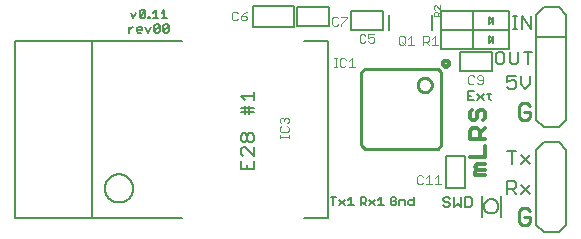
<source format=gto>
G04 EAGLE Gerber RS-274X export*
G75*
%MOMM*%
%FSLAX34Y34*%
%LPD*%
%INSilkscreen Top*%
%IPPOS*%
%AMOC8*
5,1,8,0,0,1.08239X$1,22.5*%
G01*
%ADD10C,0.203200*%
%ADD11C,0.152400*%
%ADD12C,0.254000*%
%ADD13C,0.127000*%
%ADD14C,0.330200*%
%ADD15C,0.304800*%
%ADD16C,0.076200*%
%ADD17R,0.250000X0.250000*%
%ADD18C,0.050800*%


D10*
X382784Y189493D02*
X375666Y189493D01*
X375666Y184155D01*
X379225Y185934D01*
X381005Y185934D01*
X382784Y184155D01*
X382784Y180596D01*
X381005Y178816D01*
X377446Y178816D01*
X375666Y180596D01*
X387360Y182375D02*
X387360Y189493D01*
X387360Y182375D02*
X390919Y178816D01*
X394478Y182375D01*
X394478Y189493D01*
D11*
X325759Y87193D02*
X327199Y85752D01*
X325759Y87193D02*
X322878Y87193D01*
X321437Y85752D01*
X321437Y84312D01*
X322878Y82871D01*
X325759Y82871D01*
X327199Y81431D01*
X327199Y79990D01*
X325759Y78550D01*
X322878Y78550D01*
X321437Y79990D01*
X330792Y78550D02*
X330792Y87193D01*
X333673Y81431D02*
X330792Y78550D01*
X333673Y81431D02*
X336554Y78550D01*
X336554Y87193D01*
X340147Y87193D02*
X340147Y78550D01*
X344469Y78550D01*
X345910Y79990D01*
X345910Y85752D01*
X344469Y87193D01*
X340147Y87193D01*
D10*
X375666Y89916D02*
X375666Y100593D01*
X381005Y100593D01*
X382784Y98814D01*
X382784Y95255D01*
X381005Y93475D01*
X375666Y93475D01*
X379225Y93475D02*
X382784Y89916D01*
X387360Y97034D02*
X394478Y89916D01*
X387360Y89916D02*
X394478Y97034D01*
X383988Y229616D02*
X380429Y229616D01*
X382208Y229616D02*
X382208Y240293D01*
X380429Y240293D02*
X383988Y240293D01*
X388224Y240293D02*
X388224Y229616D01*
X395343Y229616D02*
X388224Y240293D01*
X395343Y240293D02*
X395343Y229616D01*
D12*
X392563Y77419D02*
X394936Y75046D01*
X392563Y77419D02*
X387818Y77419D01*
X385445Y75046D01*
X385445Y65555D01*
X387818Y63183D01*
X392563Y63183D01*
X394936Y65555D01*
X394936Y70301D01*
X390190Y70301D01*
X394936Y163946D02*
X392563Y166319D01*
X387818Y166319D01*
X385445Y163946D01*
X385445Y154455D01*
X387818Y152083D01*
X392563Y152083D01*
X394936Y154455D01*
X394936Y159201D01*
X390190Y159201D01*
D10*
X379225Y125993D02*
X379225Y115316D01*
X375666Y125993D02*
X382784Y125993D01*
X387360Y122434D02*
X394478Y115316D01*
X387360Y115316D02*
X394478Y122434D01*
D13*
X228348Y86874D02*
X228348Y80010D01*
X226060Y86874D02*
X230636Y86874D01*
X233544Y84586D02*
X238120Y80010D01*
X233544Y80010D02*
X238120Y84586D01*
X241028Y84586D02*
X243316Y86874D01*
X243316Y80010D01*
X241028Y80010D02*
X245604Y80010D01*
D11*
X363538Y236538D02*
X363538Y239713D01*
X363538Y236538D02*
X363538Y233363D01*
X363538Y236538D02*
X360363Y239713D01*
X363538Y236538D02*
X360363Y233363D01*
X360363Y239713D01*
X363538Y223838D02*
X363538Y220663D01*
X363538Y217488D01*
X363538Y220663D02*
X360363Y223838D01*
X363538Y220663D02*
X360363Y217488D01*
X360363Y223838D01*
D14*
X357124Y105716D02*
X348142Y105716D01*
X348142Y107962D01*
X350387Y110208D01*
X357124Y110208D01*
X350387Y110208D02*
X348142Y112453D01*
X350387Y114699D01*
X357124Y114699D01*
X357124Y121152D02*
X343651Y121152D01*
X357124Y121152D02*
X357124Y130135D01*
X357124Y136589D02*
X343651Y136589D01*
X343651Y143325D01*
X345896Y145571D01*
X350387Y145571D01*
X352633Y143325D01*
X352633Y136589D01*
X352633Y141080D02*
X357124Y145571D01*
X343651Y158761D02*
X345896Y161007D01*
X343651Y158761D02*
X343651Y154270D01*
X345896Y152025D01*
X348142Y152025D01*
X350387Y154270D01*
X350387Y158761D01*
X352633Y161007D01*
X354878Y161007D01*
X357124Y158761D01*
X357124Y154270D01*
X354878Y152025D01*
D13*
X59109Y238570D02*
X56821Y243145D01*
X61397Y243145D02*
X59109Y238570D01*
X64305Y239713D02*
X64305Y244289D01*
X65449Y245433D01*
X67737Y245433D01*
X68881Y244289D01*
X68881Y239713D01*
X67737Y238570D01*
X65449Y238570D01*
X64305Y239713D01*
X68881Y244289D01*
X71789Y239713D02*
X71789Y238570D01*
X71789Y239713D02*
X72933Y239713D01*
X72933Y238570D01*
X71789Y238570D01*
X75531Y243145D02*
X77819Y245433D01*
X77819Y238570D01*
X75531Y238570D02*
X80107Y238570D01*
X83015Y243145D02*
X85303Y245433D01*
X85303Y238570D01*
X83015Y238570D02*
X87591Y238570D01*
X55573Y230953D02*
X55573Y226378D01*
X55573Y228665D02*
X57861Y230953D01*
X59005Y230953D01*
X62954Y226378D02*
X65242Y226378D01*
X62954Y226378D02*
X61810Y227521D01*
X61810Y229809D01*
X62954Y230953D01*
X65242Y230953D01*
X66386Y229809D01*
X66386Y228665D01*
X61810Y228665D01*
X69294Y230953D02*
X71582Y226378D01*
X73870Y230953D01*
X76778Y232097D02*
X76778Y227521D01*
X76778Y232097D02*
X77922Y233241D01*
X80210Y233241D01*
X81354Y232097D01*
X81354Y227521D01*
X80210Y226378D01*
X77922Y226378D01*
X76778Y227521D01*
X81354Y232097D01*
X84263Y232097D02*
X84263Y227521D01*
X84263Y232097D02*
X85407Y233241D01*
X87694Y233241D01*
X88838Y232097D01*
X88838Y227521D01*
X87694Y226378D01*
X85407Y226378D01*
X84263Y227521D01*
X88838Y232097D01*
D10*
X367921Y210131D02*
X371480Y210131D01*
X367921Y210131D02*
X366141Y208351D01*
X366141Y201233D01*
X367921Y199454D01*
X371480Y199454D01*
X373259Y201233D01*
X373259Y208351D01*
X371480Y210131D01*
X377835Y210131D02*
X377835Y201233D01*
X379614Y199454D01*
X383174Y199454D01*
X384953Y201233D01*
X384953Y210131D01*
X393088Y210131D02*
X393088Y199454D01*
X389529Y210131D02*
X396647Y210131D01*
D11*
X406400Y146050D02*
X419100Y146050D01*
X425450Y152400D02*
X425450Y222250D01*
X425450Y241300D01*
X419100Y247650D02*
X406400Y247650D01*
X400050Y222250D02*
X400050Y152400D01*
X400050Y222250D02*
X400050Y241300D01*
X400050Y152400D02*
X406400Y146050D01*
X419100Y146050D02*
X425450Y152400D01*
X425450Y241300D02*
X419100Y247650D01*
X406400Y247650D02*
X400050Y241300D01*
D13*
X251460Y86874D02*
X251460Y80010D01*
X251460Y86874D02*
X254892Y86874D01*
X256036Y85730D01*
X256036Y83442D01*
X254892Y82298D01*
X251460Y82298D01*
X253748Y82298D02*
X256036Y80010D01*
X258944Y84586D02*
X263520Y80010D01*
X258944Y80010D02*
X263520Y84586D01*
X266428Y84586D02*
X268716Y86874D01*
X268716Y80010D01*
X266428Y80010D02*
X271004Y80010D01*
X280292Y86874D02*
X281436Y85730D01*
X280292Y86874D02*
X278004Y86874D01*
X276860Y85730D01*
X276860Y81154D01*
X278004Y80010D01*
X280292Y80010D01*
X281436Y81154D01*
X281436Y83442D01*
X279148Y83442D01*
X284344Y84586D02*
X284344Y80010D01*
X284344Y84586D02*
X287776Y84586D01*
X288920Y83442D01*
X288920Y80010D01*
X296404Y80010D02*
X296404Y86874D01*
X296404Y80010D02*
X292972Y80010D01*
X291828Y81154D01*
X291828Y83442D01*
X292972Y84586D01*
X296404Y84586D01*
D11*
X319881Y244475D02*
X346869Y244475D01*
X319881Y244475D02*
X319881Y228600D01*
X346869Y228600D01*
X346869Y212725D02*
X319881Y212725D01*
X319881Y228600D01*
X346869Y228600D02*
X377031Y228600D01*
X346869Y228600D02*
X346869Y244475D01*
X346869Y228600D02*
X346869Y212725D01*
X377031Y228600D02*
X377031Y244475D01*
X377031Y228600D02*
X377031Y212725D01*
X377031Y244475D02*
X346869Y244475D01*
X346869Y212725D02*
X377031Y212725D01*
X195263Y230981D02*
X160338Y230981D01*
X160338Y248444D02*
X195263Y248444D01*
X195263Y230981D01*
X160338Y230981D02*
X160338Y248444D01*
X362744Y209550D02*
X362744Y193675D01*
X335756Y193675D01*
X335756Y209550D02*
X362744Y209550D01*
X335756Y209550D02*
X335756Y193675D01*
X224631Y231775D02*
X224631Y247650D01*
X224631Y231775D02*
X197644Y231775D01*
X197644Y247650D02*
X224631Y247650D01*
X197644Y247650D02*
X197644Y231775D01*
X400050Y222250D02*
X425450Y222250D01*
D10*
X150232Y117515D02*
X150232Y110397D01*
X160909Y110397D01*
X160909Y117515D01*
X155570Y113956D02*
X155570Y110397D01*
X160909Y122091D02*
X160909Y129209D01*
X160909Y122091D02*
X153791Y129209D01*
X152011Y129209D01*
X150232Y127429D01*
X150232Y123870D01*
X152011Y122091D01*
X152011Y133784D02*
X150232Y135564D01*
X150232Y139123D01*
X152011Y140903D01*
X153791Y140903D01*
X155570Y139123D01*
X157350Y140903D01*
X159130Y140903D01*
X160909Y139123D01*
X160909Y135564D01*
X159130Y133784D01*
X157350Y133784D01*
X155570Y135564D01*
X153791Y133784D01*
X152011Y133784D01*
X155570Y135564D02*
X155570Y139123D01*
X150232Y158952D02*
X160909Y158952D01*
X160909Y162511D02*
X150232Y162511D01*
X153791Y162511D02*
X153791Y157172D01*
X153791Y162511D02*
X153791Y164290D01*
X157350Y164290D02*
X157350Y157172D01*
X153791Y168866D02*
X150232Y172425D01*
X160909Y172425D01*
X160909Y168866D02*
X160909Y175984D01*
D11*
X339725Y121444D02*
X339725Y94456D01*
X323850Y94456D02*
X323850Y121444D01*
X339725Y121444D01*
X339725Y94456D02*
X323850Y94456D01*
X270669Y244475D02*
X243681Y244475D01*
X243681Y228600D02*
X270669Y228600D01*
X270669Y244475D01*
X243681Y244475D02*
X243681Y228600D01*
D15*
X321310Y200025D02*
X321312Y200125D01*
X321318Y200226D01*
X321328Y200325D01*
X321342Y200425D01*
X321359Y200524D01*
X321381Y200622D01*
X321407Y200719D01*
X321436Y200815D01*
X321469Y200909D01*
X321506Y201003D01*
X321546Y201095D01*
X321590Y201185D01*
X321638Y201273D01*
X321689Y201360D01*
X321743Y201444D01*
X321801Y201526D01*
X321862Y201606D01*
X321926Y201683D01*
X321993Y201758D01*
X322063Y201830D01*
X322136Y201899D01*
X322211Y201965D01*
X322289Y202029D01*
X322369Y202089D01*
X322452Y202146D01*
X322537Y202199D01*
X322624Y202249D01*
X322713Y202296D01*
X322803Y202339D01*
X322895Y202379D01*
X322989Y202415D01*
X323084Y202447D01*
X323180Y202475D01*
X323278Y202500D01*
X323376Y202520D01*
X323475Y202537D01*
X323575Y202550D01*
X323674Y202559D01*
X323775Y202564D01*
X323875Y202565D01*
X323975Y202562D01*
X324076Y202555D01*
X324175Y202544D01*
X324275Y202529D01*
X324373Y202511D01*
X324471Y202488D01*
X324568Y202461D01*
X324663Y202431D01*
X324758Y202397D01*
X324851Y202359D01*
X324942Y202318D01*
X325032Y202273D01*
X325120Y202225D01*
X325206Y202173D01*
X325290Y202118D01*
X325371Y202059D01*
X325450Y201997D01*
X325527Y201933D01*
X325601Y201865D01*
X325672Y201794D01*
X325741Y201721D01*
X325806Y201645D01*
X325869Y201566D01*
X325928Y201485D01*
X325984Y201402D01*
X326037Y201317D01*
X326086Y201229D01*
X326132Y201140D01*
X326174Y201049D01*
X326213Y200956D01*
X326248Y200862D01*
X326279Y200767D01*
X326307Y200670D01*
X326330Y200573D01*
X326350Y200474D01*
X326366Y200375D01*
X326378Y200276D01*
X326386Y200175D01*
X326390Y200075D01*
X326390Y199975D01*
X326386Y199875D01*
X326378Y199774D01*
X326366Y199675D01*
X326350Y199576D01*
X326330Y199477D01*
X326307Y199380D01*
X326279Y199283D01*
X326248Y199188D01*
X326213Y199094D01*
X326174Y199001D01*
X326132Y198910D01*
X326086Y198821D01*
X326037Y198733D01*
X325984Y198648D01*
X325928Y198565D01*
X325869Y198484D01*
X325806Y198405D01*
X325741Y198329D01*
X325672Y198256D01*
X325601Y198185D01*
X325527Y198117D01*
X325450Y198053D01*
X325371Y197991D01*
X325290Y197932D01*
X325206Y197877D01*
X325120Y197825D01*
X325032Y197777D01*
X324942Y197732D01*
X324851Y197691D01*
X324758Y197653D01*
X324663Y197619D01*
X324568Y197589D01*
X324471Y197562D01*
X324373Y197539D01*
X324275Y197521D01*
X324175Y197506D01*
X324076Y197495D01*
X323975Y197488D01*
X323875Y197485D01*
X323775Y197486D01*
X323674Y197491D01*
X323575Y197500D01*
X323475Y197513D01*
X323376Y197530D01*
X323278Y197550D01*
X323180Y197575D01*
X323084Y197603D01*
X322989Y197635D01*
X322895Y197671D01*
X322803Y197711D01*
X322713Y197754D01*
X322624Y197801D01*
X322537Y197851D01*
X322452Y197904D01*
X322369Y197961D01*
X322289Y198021D01*
X322211Y198085D01*
X322136Y198151D01*
X322063Y198220D01*
X321993Y198292D01*
X321926Y198367D01*
X321862Y198444D01*
X321801Y198524D01*
X321743Y198606D01*
X321689Y198690D01*
X321638Y198777D01*
X321590Y198865D01*
X321546Y198955D01*
X321506Y199047D01*
X321469Y199141D01*
X321436Y199235D01*
X321407Y199331D01*
X321381Y199428D01*
X321359Y199526D01*
X321342Y199625D01*
X321328Y199725D01*
X321318Y199824D01*
X321312Y199925D01*
X321310Y200025D01*
D13*
X341948Y176791D02*
X347201Y176791D01*
X341948Y176791D02*
X341948Y168910D01*
X347201Y168910D01*
X344574Y172850D02*
X341948Y172850D01*
X350367Y174164D02*
X355621Y168910D01*
X350367Y168910D02*
X355621Y174164D01*
X360100Y175477D02*
X360100Y170223D01*
X361414Y168910D01*
X361414Y174164D02*
X358787Y174164D01*
D12*
X319500Y130925D02*
X316750Y128175D01*
X254750Y128175D01*
X252000Y130925D01*
X252000Y192925D01*
X254750Y195675D01*
X316750Y195675D01*
X319500Y192925D01*
X319500Y130925D01*
X299750Y181925D02*
X299752Y182079D01*
X299758Y182234D01*
X299768Y182388D01*
X299782Y182542D01*
X299800Y182695D01*
X299821Y182848D01*
X299847Y183001D01*
X299877Y183152D01*
X299910Y183303D01*
X299948Y183453D01*
X299989Y183602D01*
X300034Y183750D01*
X300083Y183896D01*
X300136Y184042D01*
X300192Y184185D01*
X300252Y184328D01*
X300316Y184468D01*
X300383Y184608D01*
X300454Y184745D01*
X300528Y184880D01*
X300606Y185014D01*
X300687Y185145D01*
X300772Y185274D01*
X300860Y185402D01*
X300951Y185526D01*
X301045Y185649D01*
X301143Y185769D01*
X301243Y185886D01*
X301347Y186001D01*
X301453Y186113D01*
X301562Y186222D01*
X301674Y186328D01*
X301789Y186432D01*
X301906Y186532D01*
X302026Y186630D01*
X302149Y186724D01*
X302273Y186815D01*
X302401Y186903D01*
X302530Y186988D01*
X302661Y187069D01*
X302795Y187147D01*
X302930Y187221D01*
X303067Y187292D01*
X303207Y187359D01*
X303347Y187423D01*
X303490Y187483D01*
X303633Y187539D01*
X303779Y187592D01*
X303925Y187641D01*
X304073Y187686D01*
X304222Y187727D01*
X304372Y187765D01*
X304523Y187798D01*
X304674Y187828D01*
X304827Y187854D01*
X304980Y187875D01*
X305133Y187893D01*
X305287Y187907D01*
X305441Y187917D01*
X305596Y187923D01*
X305750Y187925D01*
X305904Y187923D01*
X306059Y187917D01*
X306213Y187907D01*
X306367Y187893D01*
X306520Y187875D01*
X306673Y187854D01*
X306826Y187828D01*
X306977Y187798D01*
X307128Y187765D01*
X307278Y187727D01*
X307427Y187686D01*
X307575Y187641D01*
X307721Y187592D01*
X307867Y187539D01*
X308010Y187483D01*
X308153Y187423D01*
X308293Y187359D01*
X308433Y187292D01*
X308570Y187221D01*
X308705Y187147D01*
X308839Y187069D01*
X308970Y186988D01*
X309099Y186903D01*
X309227Y186815D01*
X309351Y186724D01*
X309474Y186630D01*
X309594Y186532D01*
X309711Y186432D01*
X309826Y186328D01*
X309938Y186222D01*
X310047Y186113D01*
X310153Y186001D01*
X310257Y185886D01*
X310357Y185769D01*
X310455Y185649D01*
X310549Y185526D01*
X310640Y185402D01*
X310728Y185274D01*
X310813Y185145D01*
X310894Y185014D01*
X310972Y184880D01*
X311046Y184745D01*
X311117Y184608D01*
X311184Y184468D01*
X311248Y184328D01*
X311308Y184185D01*
X311364Y184042D01*
X311417Y183896D01*
X311466Y183750D01*
X311511Y183602D01*
X311552Y183453D01*
X311590Y183303D01*
X311623Y183152D01*
X311653Y183001D01*
X311679Y182848D01*
X311700Y182695D01*
X311718Y182542D01*
X311732Y182388D01*
X311742Y182234D01*
X311748Y182079D01*
X311750Y181925D01*
X311748Y181771D01*
X311742Y181616D01*
X311732Y181462D01*
X311718Y181308D01*
X311700Y181155D01*
X311679Y181002D01*
X311653Y180849D01*
X311623Y180698D01*
X311590Y180547D01*
X311552Y180397D01*
X311511Y180248D01*
X311466Y180100D01*
X311417Y179954D01*
X311364Y179808D01*
X311308Y179665D01*
X311248Y179522D01*
X311184Y179382D01*
X311117Y179242D01*
X311046Y179105D01*
X310972Y178970D01*
X310894Y178836D01*
X310813Y178705D01*
X310728Y178576D01*
X310640Y178448D01*
X310549Y178324D01*
X310455Y178201D01*
X310357Y178081D01*
X310257Y177964D01*
X310153Y177849D01*
X310047Y177737D01*
X309938Y177628D01*
X309826Y177522D01*
X309711Y177418D01*
X309594Y177318D01*
X309474Y177220D01*
X309351Y177126D01*
X309227Y177035D01*
X309099Y176947D01*
X308970Y176862D01*
X308839Y176781D01*
X308705Y176703D01*
X308570Y176629D01*
X308433Y176558D01*
X308293Y176491D01*
X308153Y176427D01*
X308010Y176367D01*
X307867Y176311D01*
X307721Y176258D01*
X307575Y176209D01*
X307427Y176164D01*
X307278Y176123D01*
X307128Y176085D01*
X306977Y176052D01*
X306826Y176022D01*
X306673Y175996D01*
X306520Y175975D01*
X306367Y175957D01*
X306213Y175943D01*
X306059Y175933D01*
X305904Y175927D01*
X305750Y175925D01*
X305596Y175927D01*
X305441Y175933D01*
X305287Y175943D01*
X305133Y175957D01*
X304980Y175975D01*
X304827Y175996D01*
X304674Y176022D01*
X304523Y176052D01*
X304372Y176085D01*
X304222Y176123D01*
X304073Y176164D01*
X303925Y176209D01*
X303779Y176258D01*
X303633Y176311D01*
X303490Y176367D01*
X303347Y176427D01*
X303207Y176491D01*
X303067Y176558D01*
X302930Y176629D01*
X302795Y176703D01*
X302661Y176781D01*
X302530Y176862D01*
X302401Y176947D01*
X302273Y177035D01*
X302149Y177126D01*
X302026Y177220D01*
X301906Y177318D01*
X301789Y177418D01*
X301674Y177522D01*
X301562Y177628D01*
X301453Y177737D01*
X301347Y177849D01*
X301243Y177964D01*
X301143Y178081D01*
X301045Y178201D01*
X300951Y178324D01*
X300860Y178448D01*
X300772Y178576D01*
X300687Y178705D01*
X300606Y178836D01*
X300528Y178970D01*
X300454Y179105D01*
X300383Y179242D01*
X300316Y179382D01*
X300252Y179522D01*
X300192Y179665D01*
X300136Y179808D01*
X300083Y179954D01*
X300034Y180100D01*
X299989Y180248D01*
X299948Y180397D01*
X299910Y180547D01*
X299877Y180698D01*
X299847Y180849D01*
X299821Y181002D01*
X299800Y181155D01*
X299782Y181308D01*
X299768Y181462D01*
X299758Y181616D01*
X299752Y181771D01*
X299750Y181925D01*
D16*
X231438Y197231D02*
X228981Y197231D01*
X230210Y197231D02*
X230210Y204603D01*
X231438Y204603D02*
X228981Y204603D01*
X237657Y204603D02*
X238885Y203375D01*
X237657Y204603D02*
X235199Y204603D01*
X233970Y203375D01*
X233970Y198460D01*
X235199Y197231D01*
X237657Y197231D01*
X238885Y198460D01*
X241455Y202146D02*
X243912Y204603D01*
X243912Y197231D01*
X241455Y197231D02*
X246369Y197231D01*
X302947Y105396D02*
X304176Y104168D01*
X302947Y105396D02*
X300490Y105396D01*
X299261Y104168D01*
X299261Y99253D01*
X300490Y98024D01*
X302947Y98024D01*
X304176Y99253D01*
X306745Y102939D02*
X309203Y105396D01*
X309203Y98024D01*
X311660Y98024D02*
X306745Y98024D01*
X314229Y102939D02*
X316687Y105396D01*
X316687Y98024D01*
X319144Y98024D02*
X314229Y98024D01*
X347515Y188897D02*
X346286Y190125D01*
X343829Y190125D01*
X342600Y188897D01*
X342600Y183982D01*
X343829Y182753D01*
X346286Y182753D01*
X347515Y183982D01*
X350084Y183982D02*
X351313Y182753D01*
X353770Y182753D01*
X354999Y183982D01*
X354999Y188897D01*
X353770Y190125D01*
X351313Y190125D01*
X350084Y188897D01*
X350084Y187668D01*
X351313Y186439D01*
X354999Y186439D01*
D10*
X311688Y228450D02*
X311688Y241450D01*
X275688Y241450D02*
X275688Y228450D01*
D16*
X283863Y222234D02*
X283863Y217319D01*
X283863Y222234D02*
X285091Y223463D01*
X287549Y223463D01*
X288778Y222234D01*
X288778Y217319D01*
X287549Y216091D01*
X285091Y216091D01*
X283863Y217319D01*
X286320Y218548D02*
X288778Y216091D01*
X291347Y221005D02*
X293804Y223463D01*
X293804Y216091D01*
X291347Y216091D02*
X296262Y216091D01*
D13*
X353950Y88375D02*
X353950Y70375D01*
X369950Y70375D02*
X369950Y88375D01*
X355867Y79375D02*
X355869Y79530D01*
X355875Y79686D01*
X355885Y79841D01*
X355899Y79995D01*
X355917Y80150D01*
X355938Y80304D01*
X355964Y80457D01*
X355994Y80609D01*
X356027Y80761D01*
X356064Y80912D01*
X356106Y81062D01*
X356150Y81210D01*
X356199Y81358D01*
X356252Y81504D01*
X356308Y81649D01*
X356368Y81792D01*
X356431Y81934D01*
X356499Y82074D01*
X356569Y82212D01*
X356644Y82349D01*
X356721Y82484D01*
X356802Y82616D01*
X356887Y82746D01*
X356975Y82875D01*
X357066Y83001D01*
X357160Y83124D01*
X357257Y83245D01*
X357357Y83364D01*
X357461Y83480D01*
X357567Y83593D01*
X357676Y83704D01*
X357788Y83811D01*
X357903Y83916D01*
X358020Y84018D01*
X358140Y84117D01*
X358262Y84213D01*
X358387Y84305D01*
X358514Y84395D01*
X358643Y84481D01*
X358775Y84564D01*
X358908Y84643D01*
X359044Y84719D01*
X359181Y84791D01*
X359321Y84860D01*
X359462Y84926D01*
X359604Y84987D01*
X359748Y85046D01*
X359894Y85100D01*
X360041Y85151D01*
X360189Y85197D01*
X360338Y85241D01*
X360488Y85280D01*
X360640Y85315D01*
X360792Y85347D01*
X360945Y85374D01*
X361098Y85398D01*
X361252Y85418D01*
X361407Y85434D01*
X361562Y85446D01*
X361717Y85454D01*
X361872Y85458D01*
X362028Y85458D01*
X362183Y85454D01*
X362338Y85446D01*
X362493Y85434D01*
X362648Y85418D01*
X362802Y85398D01*
X362955Y85374D01*
X363108Y85347D01*
X363260Y85315D01*
X363412Y85280D01*
X363562Y85241D01*
X363711Y85197D01*
X363859Y85151D01*
X364006Y85100D01*
X364152Y85046D01*
X364296Y84987D01*
X364438Y84926D01*
X364579Y84860D01*
X364719Y84791D01*
X364856Y84719D01*
X364991Y84643D01*
X365125Y84564D01*
X365257Y84481D01*
X365386Y84395D01*
X365513Y84305D01*
X365638Y84213D01*
X365760Y84117D01*
X365880Y84018D01*
X365997Y83916D01*
X366112Y83811D01*
X366224Y83704D01*
X366333Y83593D01*
X366439Y83480D01*
X366543Y83364D01*
X366643Y83245D01*
X366740Y83124D01*
X366834Y83001D01*
X366925Y82875D01*
X367013Y82746D01*
X367098Y82616D01*
X367179Y82484D01*
X367256Y82349D01*
X367331Y82212D01*
X367401Y82074D01*
X367469Y81934D01*
X367532Y81792D01*
X367592Y81649D01*
X367648Y81504D01*
X367701Y81358D01*
X367750Y81210D01*
X367794Y81062D01*
X367836Y80912D01*
X367873Y80761D01*
X367906Y80609D01*
X367936Y80457D01*
X367962Y80304D01*
X367983Y80150D01*
X368001Y79995D01*
X368015Y79841D01*
X368025Y79686D01*
X368031Y79530D01*
X368033Y79375D01*
X368031Y79220D01*
X368025Y79064D01*
X368015Y78909D01*
X368001Y78755D01*
X367983Y78600D01*
X367962Y78446D01*
X367936Y78293D01*
X367906Y78141D01*
X367873Y77989D01*
X367836Y77838D01*
X367794Y77688D01*
X367750Y77540D01*
X367701Y77392D01*
X367648Y77246D01*
X367592Y77101D01*
X367532Y76958D01*
X367469Y76816D01*
X367401Y76676D01*
X367331Y76538D01*
X367256Y76401D01*
X367179Y76266D01*
X367098Y76134D01*
X367013Y76004D01*
X366925Y75875D01*
X366834Y75749D01*
X366740Y75626D01*
X366643Y75505D01*
X366543Y75386D01*
X366439Y75270D01*
X366333Y75157D01*
X366224Y75046D01*
X366112Y74939D01*
X365997Y74834D01*
X365880Y74732D01*
X365760Y74633D01*
X365638Y74537D01*
X365513Y74445D01*
X365386Y74355D01*
X365257Y74269D01*
X365125Y74186D01*
X364992Y74107D01*
X364856Y74031D01*
X364719Y73959D01*
X364579Y73890D01*
X364438Y73824D01*
X364296Y73763D01*
X364152Y73704D01*
X364006Y73650D01*
X363859Y73599D01*
X363711Y73553D01*
X363562Y73509D01*
X363412Y73470D01*
X363260Y73435D01*
X363108Y73403D01*
X362955Y73376D01*
X362802Y73352D01*
X362648Y73332D01*
X362493Y73316D01*
X362338Y73304D01*
X362183Y73296D01*
X362028Y73292D01*
X361872Y73292D01*
X361717Y73296D01*
X361562Y73304D01*
X361407Y73316D01*
X361252Y73332D01*
X361098Y73352D01*
X360945Y73376D01*
X360792Y73403D01*
X360640Y73435D01*
X360488Y73470D01*
X360338Y73509D01*
X360189Y73553D01*
X360041Y73599D01*
X359894Y73650D01*
X359748Y73704D01*
X359604Y73763D01*
X359462Y73824D01*
X359321Y73890D01*
X359181Y73959D01*
X359044Y74031D01*
X358909Y74107D01*
X358775Y74186D01*
X358643Y74269D01*
X358514Y74355D01*
X358387Y74445D01*
X358262Y74537D01*
X358140Y74633D01*
X358020Y74732D01*
X357903Y74834D01*
X357788Y74939D01*
X357676Y75046D01*
X357567Y75157D01*
X357461Y75270D01*
X357357Y75386D01*
X357257Y75505D01*
X357160Y75626D01*
X357066Y75749D01*
X356975Y75875D01*
X356887Y76004D01*
X356802Y76134D01*
X356721Y76266D01*
X356644Y76401D01*
X356569Y76538D01*
X356499Y76676D01*
X356431Y76816D01*
X356368Y76958D01*
X356308Y77101D01*
X356252Y77246D01*
X356199Y77392D01*
X356150Y77540D01*
X356106Y77688D01*
X356064Y77838D01*
X356027Y77989D01*
X355994Y78141D01*
X355964Y78293D01*
X355938Y78446D01*
X355917Y78600D01*
X355899Y78755D01*
X355885Y78909D01*
X355875Y79064D01*
X355869Y79220D01*
X355867Y79375D01*
D17*
X363200Y220663D03*
D16*
X304500Y223463D02*
X304500Y216091D01*
X304500Y223463D02*
X308186Y223463D01*
X309415Y222234D01*
X309415Y219777D01*
X308186Y218548D01*
X304500Y218548D01*
X306958Y218548D02*
X309415Y216091D01*
X311984Y221005D02*
X314442Y223463D01*
X314442Y216091D01*
X316899Y216091D02*
X311984Y216091D01*
D17*
X363200Y236538D03*
D18*
X318834Y239967D02*
X313241Y239967D01*
X313241Y242763D01*
X314173Y243695D01*
X316037Y243695D01*
X316969Y242763D01*
X316969Y239967D01*
X316969Y241831D02*
X318834Y243695D01*
X318834Y245580D02*
X318834Y249308D01*
X318834Y245580D02*
X315105Y249308D01*
X314173Y249308D01*
X313241Y248376D01*
X313241Y246512D01*
X314173Y245580D01*
D16*
X232308Y238300D02*
X231080Y239528D01*
X228622Y239528D01*
X227394Y238300D01*
X227394Y233385D01*
X228622Y232156D01*
X231080Y232156D01*
X232308Y233385D01*
X234878Y239528D02*
X239793Y239528D01*
X239793Y238300D01*
X234878Y233385D01*
X234878Y232156D01*
X147490Y242872D02*
X146261Y244100D01*
X143804Y244100D01*
X142575Y242872D01*
X142575Y237957D01*
X143804Y236728D01*
X146261Y236728D01*
X147490Y237957D01*
X152517Y242872D02*
X154974Y244100D01*
X152517Y242872D02*
X150059Y240414D01*
X150059Y237957D01*
X151288Y236728D01*
X153745Y236728D01*
X154974Y237957D01*
X154974Y239185D01*
X153745Y240414D01*
X150059Y240414D01*
D10*
X100550Y69463D02*
X23850Y69463D01*
X-41150Y69463D01*
X-41150Y219463D01*
X23850Y219463D01*
X100550Y219463D01*
X23850Y219463D02*
X23850Y69463D01*
X203850Y69463D02*
X223850Y69463D01*
X223850Y219463D02*
X203850Y219463D01*
X223850Y219463D02*
X223850Y69463D01*
D13*
X34850Y94463D02*
X34854Y94757D01*
X34864Y95052D01*
X34883Y95346D01*
X34908Y95639D01*
X34940Y95932D01*
X34980Y96224D01*
X35027Y96515D01*
X35081Y96804D01*
X35142Y97092D01*
X35210Y97379D01*
X35285Y97664D01*
X35367Y97946D01*
X35456Y98227D01*
X35551Y98506D01*
X35654Y98782D01*
X35763Y99055D01*
X35879Y99326D01*
X36002Y99594D01*
X36131Y99858D01*
X36267Y100120D01*
X36409Y100378D01*
X36557Y100632D01*
X36712Y100883D01*
X36872Y101130D01*
X37039Y101373D01*
X37212Y101611D01*
X37390Y101846D01*
X37574Y102076D01*
X37763Y102301D01*
X37959Y102522D01*
X38159Y102737D01*
X38365Y102948D01*
X38576Y103154D01*
X38791Y103354D01*
X39012Y103550D01*
X39237Y103739D01*
X39467Y103923D01*
X39702Y104101D01*
X39940Y104274D01*
X40183Y104441D01*
X40430Y104601D01*
X40681Y104756D01*
X40935Y104904D01*
X41193Y105046D01*
X41455Y105182D01*
X41719Y105311D01*
X41987Y105434D01*
X42258Y105550D01*
X42531Y105659D01*
X42807Y105762D01*
X43086Y105857D01*
X43367Y105946D01*
X43649Y106028D01*
X43934Y106103D01*
X44221Y106171D01*
X44509Y106232D01*
X44798Y106286D01*
X45089Y106333D01*
X45381Y106373D01*
X45674Y106405D01*
X45967Y106430D01*
X46261Y106449D01*
X46556Y106459D01*
X46850Y106463D01*
X47144Y106459D01*
X47439Y106449D01*
X47733Y106430D01*
X48026Y106405D01*
X48319Y106373D01*
X48611Y106333D01*
X48902Y106286D01*
X49191Y106232D01*
X49479Y106171D01*
X49766Y106103D01*
X50051Y106028D01*
X50333Y105946D01*
X50614Y105857D01*
X50893Y105762D01*
X51169Y105659D01*
X51442Y105550D01*
X51713Y105434D01*
X51981Y105311D01*
X52245Y105182D01*
X52507Y105046D01*
X52765Y104904D01*
X53019Y104756D01*
X53270Y104601D01*
X53517Y104441D01*
X53760Y104274D01*
X53998Y104101D01*
X54233Y103923D01*
X54463Y103739D01*
X54688Y103550D01*
X54909Y103354D01*
X55124Y103154D01*
X55335Y102948D01*
X55541Y102737D01*
X55741Y102522D01*
X55937Y102301D01*
X56126Y102076D01*
X56310Y101846D01*
X56488Y101611D01*
X56661Y101373D01*
X56828Y101130D01*
X56988Y100883D01*
X57143Y100632D01*
X57291Y100378D01*
X57433Y100120D01*
X57569Y99858D01*
X57698Y99594D01*
X57821Y99326D01*
X57937Y99055D01*
X58046Y98782D01*
X58149Y98506D01*
X58244Y98227D01*
X58333Y97946D01*
X58415Y97664D01*
X58490Y97379D01*
X58558Y97092D01*
X58619Y96804D01*
X58673Y96515D01*
X58720Y96224D01*
X58760Y95932D01*
X58792Y95639D01*
X58817Y95346D01*
X58836Y95052D01*
X58846Y94757D01*
X58850Y94463D01*
X58846Y94169D01*
X58836Y93874D01*
X58817Y93580D01*
X58792Y93287D01*
X58760Y92994D01*
X58720Y92702D01*
X58673Y92411D01*
X58619Y92122D01*
X58558Y91834D01*
X58490Y91547D01*
X58415Y91262D01*
X58333Y90980D01*
X58244Y90699D01*
X58149Y90420D01*
X58046Y90144D01*
X57937Y89871D01*
X57821Y89600D01*
X57698Y89332D01*
X57569Y89068D01*
X57433Y88806D01*
X57291Y88548D01*
X57143Y88294D01*
X56988Y88043D01*
X56828Y87796D01*
X56661Y87553D01*
X56488Y87315D01*
X56310Y87080D01*
X56126Y86850D01*
X55937Y86625D01*
X55741Y86404D01*
X55541Y86189D01*
X55335Y85978D01*
X55124Y85772D01*
X54909Y85572D01*
X54688Y85376D01*
X54463Y85187D01*
X54233Y85003D01*
X53998Y84825D01*
X53760Y84652D01*
X53517Y84485D01*
X53270Y84325D01*
X53019Y84170D01*
X52765Y84022D01*
X52507Y83880D01*
X52245Y83744D01*
X51981Y83615D01*
X51713Y83492D01*
X51442Y83376D01*
X51169Y83267D01*
X50893Y83164D01*
X50614Y83069D01*
X50333Y82980D01*
X50051Y82898D01*
X49766Y82823D01*
X49479Y82755D01*
X49191Y82694D01*
X48902Y82640D01*
X48611Y82593D01*
X48319Y82553D01*
X48026Y82521D01*
X47733Y82496D01*
X47439Y82477D01*
X47144Y82467D01*
X46850Y82463D01*
X46556Y82467D01*
X46261Y82477D01*
X45967Y82496D01*
X45674Y82521D01*
X45381Y82553D01*
X45089Y82593D01*
X44798Y82640D01*
X44509Y82694D01*
X44221Y82755D01*
X43934Y82823D01*
X43649Y82898D01*
X43367Y82980D01*
X43086Y83069D01*
X42807Y83164D01*
X42531Y83267D01*
X42258Y83376D01*
X41987Y83492D01*
X41719Y83615D01*
X41455Y83744D01*
X41193Y83880D01*
X40935Y84022D01*
X40681Y84170D01*
X40430Y84325D01*
X40183Y84485D01*
X39940Y84652D01*
X39702Y84825D01*
X39467Y85003D01*
X39237Y85187D01*
X39012Y85376D01*
X38791Y85572D01*
X38576Y85772D01*
X38365Y85978D01*
X38159Y86189D01*
X37959Y86404D01*
X37763Y86625D01*
X37574Y86850D01*
X37390Y87080D01*
X37212Y87315D01*
X37039Y87553D01*
X36872Y87796D01*
X36712Y88043D01*
X36557Y88294D01*
X36409Y88548D01*
X36267Y88806D01*
X36131Y89068D01*
X36002Y89332D01*
X35879Y89600D01*
X35763Y89871D01*
X35654Y90144D01*
X35551Y90420D01*
X35456Y90699D01*
X35367Y90980D01*
X35285Y91262D01*
X35210Y91547D01*
X35142Y91834D01*
X35081Y92122D01*
X35027Y92411D01*
X34980Y92702D01*
X34940Y92994D01*
X34908Y93287D01*
X34883Y93580D01*
X34864Y93874D01*
X34854Y94169D01*
X34850Y94463D01*
D16*
X190437Y136906D02*
X190437Y139363D01*
X190437Y138135D02*
X183064Y138135D01*
X183064Y139363D02*
X183064Y136906D01*
X183064Y145582D02*
X184293Y146810D01*
X183064Y145582D02*
X183064Y143124D01*
X184293Y141895D01*
X189208Y141895D01*
X190437Y143124D01*
X190437Y145582D01*
X189208Y146810D01*
X184293Y149380D02*
X183064Y150608D01*
X183064Y153066D01*
X184293Y154294D01*
X185522Y154294D01*
X186750Y153066D01*
X186750Y151837D01*
X186750Y153066D02*
X187979Y154294D01*
X189208Y154294D01*
X190437Y153066D01*
X190437Y150608D01*
X189208Y149380D01*
D11*
X400050Y63500D02*
X406400Y57150D01*
X419100Y57150D02*
X425450Y63500D01*
X400050Y63500D02*
X400050Y127000D01*
X406400Y133350D01*
X419100Y133350D01*
X425450Y127000D01*
X425450Y63500D01*
X419100Y57150D02*
X406400Y57150D01*
D16*
X255440Y223822D02*
X254211Y225050D01*
X251754Y225050D01*
X250525Y223822D01*
X250525Y218907D01*
X251754Y217678D01*
X254211Y217678D01*
X255440Y218907D01*
X258009Y225050D02*
X262924Y225050D01*
X258009Y225050D02*
X258009Y221364D01*
X260467Y222593D01*
X261695Y222593D01*
X262924Y221364D01*
X262924Y218907D01*
X261695Y217678D01*
X259238Y217678D01*
X258009Y218907D01*
M02*

</source>
